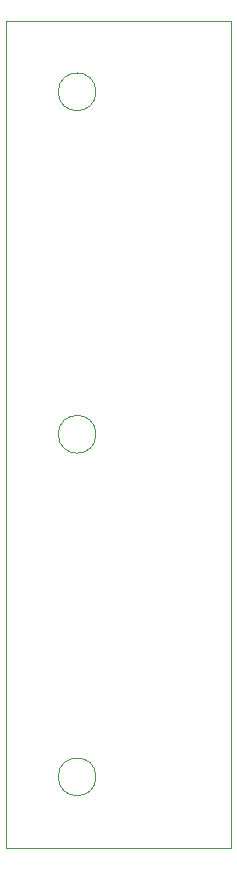
<source format=gm1>
G04 #@! TF.FileFunction,Profile,NP*
%FSLAX46Y46*%
G04 Gerber Fmt 4.6, Leading zero omitted, Abs format (unit mm)*
G04 Created by KiCad (PCBNEW 4.0.6) date Sun Jul  9 20:05:10 2017*
%MOMM*%
%LPD*%
G01*
G04 APERTURE LIST*
%ADD10C,0.150000*%
%ADD11C,0.100000*%
G04 APERTURE END LIST*
D10*
D11*
X7600000Y-35000000D02*
G75*
G03X7600000Y-35000000I-1600000J0D01*
G01*
X7600000Y-64000000D02*
G75*
G03X7600000Y-64000000I-1600000J0D01*
G01*
X7600000Y-6000000D02*
G75*
G03X7600000Y-6000000I-1600000J0D01*
G01*
X0Y-70000000D02*
X0Y0D01*
X19000000Y-70000000D02*
X0Y-70000000D01*
X19000000Y0D02*
X19000000Y-70000000D01*
X0Y0D02*
X19000000Y0D01*
M02*

</source>
